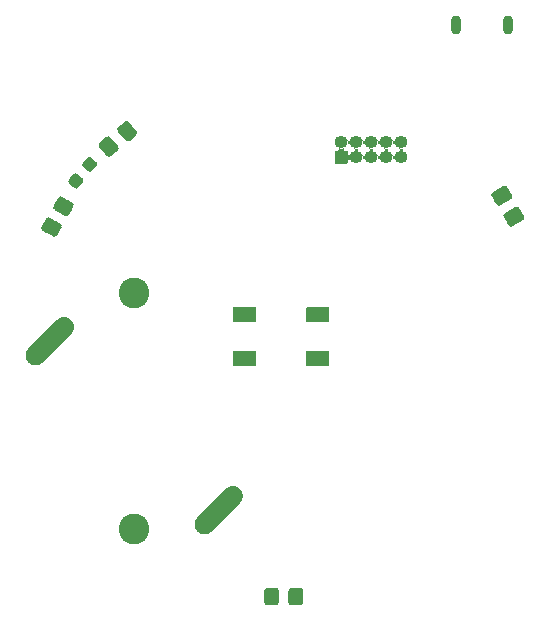
<source format=gbr>
G04 #@! TF.GenerationSoftware,KiCad,Pcbnew,(5.1.9-0-10_14)*
G04 #@! TF.CreationDate,2021-03-14T11:16:57+08:00*
G04 #@! TF.ProjectId,mops-out,6d6f7073-2d6f-4757-942e-6b696361645f,rev?*
G04 #@! TF.SameCoordinates,Original*
G04 #@! TF.FileFunction,Soldermask,Bot*
G04 #@! TF.FilePolarity,Negative*
%FSLAX46Y46*%
G04 Gerber Fmt 4.6, Leading zero omitted, Abs format (unit mm)*
G04 Created by KiCad (PCBNEW (5.1.9-0-10_14)) date 2021-03-14 11:16:57*
%MOMM*%
%LPD*%
G01*
G04 APERTURE LIST*
%ADD10C,2.601995*%
%ADD11O,1.102000X1.102000*%
%ADD12O,0.864000X1.626000*%
%ADD13C,0.100000*%
G04 APERTURE END LIST*
D10*
X115570000Y-91279980D03*
X115570000Y-71280020D03*
G36*
G01*
X124523925Y-89099767D02*
X122119767Y-91503925D01*
G75*
G02*
X120916275Y-91503925I-601746J601746D01*
G01*
X120916275Y-91503925D01*
G75*
G02*
X120916275Y-90300433I601746J601746D01*
G01*
X123320433Y-87896275D01*
G75*
G02*
X124523925Y-87896275I601746J-601746D01*
G01*
X124523925Y-87896275D01*
G75*
G02*
X124523925Y-89099767I-601746J-601746D01*
G01*
G37*
G36*
G01*
X110223725Y-74799567D02*
X107819567Y-77203725D01*
G75*
G02*
X106616075Y-77203725I-601746J601746D01*
G01*
X106616075Y-77203725D01*
G75*
G02*
X106616075Y-76000233I601746J601746D01*
G01*
X109020233Y-73596075D01*
G75*
G02*
X110223725Y-73596075I601746J-601746D01*
G01*
X110223725Y-73596075D01*
G75*
G02*
X110223725Y-74799567I-601746J-601746D01*
G01*
G37*
G36*
G01*
X110768127Y-61247448D02*
X111171067Y-61585554D01*
G75*
G02*
X111203484Y-61956077I-169053J-201470D01*
G01*
X110849308Y-62378167D01*
G75*
G02*
X110478785Y-62410584I-201470J169053D01*
G01*
X110075845Y-62072478D01*
G75*
G02*
X110043428Y-61701955I169053J201470D01*
G01*
X110397604Y-61279865D01*
G75*
G02*
X110768127Y-61247448I201470J-169053D01*
G01*
G37*
G36*
G01*
X111941215Y-59849416D02*
X112344155Y-60187522D01*
G75*
G02*
X112376572Y-60558045I-169053J-201470D01*
G01*
X112022396Y-60980135D01*
G75*
G02*
X111651873Y-61012552I-201470J169053D01*
G01*
X111248933Y-60674446D01*
G75*
G02*
X111216516Y-60303923I169053J201470D01*
G01*
X111570692Y-59881833D01*
G75*
G02*
X111941215Y-59849416I201470J-169053D01*
G01*
G37*
G36*
G01*
X113567706Y-58154864D02*
X114183276Y-58888471D01*
G75*
G02*
X114149729Y-59271916I-208496J-174949D01*
G01*
X113607633Y-59726789D01*
G75*
G02*
X113224188Y-59693242I-174949J208496D01*
G01*
X112608618Y-58959635D01*
G75*
G02*
X112642165Y-58576190I208496J174949D01*
G01*
X113184261Y-58121317D01*
G75*
G02*
X113567706Y-58154864I174949J-208496D01*
G01*
G37*
G36*
G01*
X115138098Y-56837150D02*
X115753668Y-57570757D01*
G75*
G02*
X115720121Y-57954202I-208496J-174949D01*
G01*
X115178025Y-58409075D01*
G75*
G02*
X114794580Y-58375528I-174949J208496D01*
G01*
X114179010Y-57641921D01*
G75*
G02*
X114212557Y-57258476I208496J174949D01*
G01*
X114754653Y-56803603D01*
G75*
G02*
X115138098Y-56837150I174949J-208496D01*
G01*
G37*
G36*
G01*
X130149072Y-73749939D02*
X130149072Y-72550043D01*
G75*
G02*
X130200072Y-72499043I51000J0D01*
G01*
X132000068Y-72499043D01*
G75*
G02*
X132051068Y-72550043I0J-51000D01*
G01*
X132051068Y-73749939D01*
G75*
G02*
X132000068Y-73800939I-51000J0D01*
G01*
X130200072Y-73800939D01*
G75*
G02*
X130149072Y-73749939I0J51000D01*
G01*
G37*
G36*
G01*
X130149072Y-77449957D02*
X130149072Y-76250061D01*
G75*
G02*
X130200072Y-76199061I51000J0D01*
G01*
X132000068Y-76199061D01*
G75*
G02*
X132051068Y-76250061I0J-51000D01*
G01*
X132051068Y-77449957D01*
G75*
G02*
X132000068Y-77500957I-51000J0D01*
G01*
X130200072Y-77500957D01*
G75*
G02*
X130149072Y-77449957I0J51000D01*
G01*
G37*
G36*
G01*
X123948932Y-73749939D02*
X123948932Y-72550043D01*
G75*
G02*
X123999932Y-72499043I51000J0D01*
G01*
X125799928Y-72499043D01*
G75*
G02*
X125850928Y-72550043I0J-51000D01*
G01*
X125850928Y-73749939D01*
G75*
G02*
X125799928Y-73800939I-51000J0D01*
G01*
X123999932Y-73800939D01*
G75*
G02*
X123948932Y-73749939I0J51000D01*
G01*
G37*
G36*
G01*
X123948932Y-77449957D02*
X123948932Y-76250061D01*
G75*
G02*
X123999932Y-76199061I51000J0D01*
G01*
X125799928Y-76199061D01*
G75*
G02*
X125850928Y-76250061I0J-51000D01*
G01*
X125850928Y-77449957D01*
G75*
G02*
X125799928Y-77500957I-51000J0D01*
G01*
X123999932Y-77500957D01*
G75*
G02*
X123948932Y-77449957I0J51000D01*
G01*
G37*
G36*
G01*
X146984823Y-64544958D02*
X147814177Y-64066130D01*
G75*
G02*
X148185971Y-64165752I136086J-235708D01*
G01*
X148539799Y-64778600D01*
G75*
G02*
X148440177Y-65150394I-235708J-136086D01*
G01*
X147610823Y-65629222D01*
G75*
G02*
X147239029Y-65529600I-136086J235708D01*
G01*
X146885201Y-64916752D01*
G75*
G02*
X146984823Y-64544958I235708J136086D01*
G01*
G37*
G36*
G01*
X145959823Y-62769606D02*
X146789177Y-62290778D01*
G75*
G02*
X147160971Y-62390400I136086J-235708D01*
G01*
X147514799Y-63003248D01*
G75*
G02*
X147415177Y-63375042I-235708J-136086D01*
G01*
X146585823Y-63853870D01*
G75*
G02*
X146214029Y-63754248I-136086J235708D01*
G01*
X145860201Y-63141400D01*
G75*
G02*
X145959823Y-62769606I235708J136086D01*
G01*
G37*
G36*
G01*
X127821000Y-96541172D02*
X127821000Y-97498828D01*
G75*
G02*
X127548828Y-97771000I-272172J0D01*
G01*
X126841172Y-97771000D01*
G75*
G02*
X126569000Y-97498828I0J272172D01*
G01*
X126569000Y-96541172D01*
G75*
G02*
X126841172Y-96269000I272172J0D01*
G01*
X127548828Y-96269000D01*
G75*
G02*
X127821000Y-96541172I0J-272172D01*
G01*
G37*
G36*
G01*
X129871000Y-96541172D02*
X129871000Y-97498828D01*
G75*
G02*
X129598828Y-97771000I-272172J0D01*
G01*
X128891172Y-97771000D01*
G75*
G02*
X128619000Y-97498828I0J272172D01*
G01*
X128619000Y-96541172D01*
G75*
G02*
X128891172Y-96269000I272172J0D01*
G01*
X129598828Y-96269000D01*
G75*
G02*
X129871000Y-96541172I0J-272172D01*
G01*
G37*
G36*
G01*
X109674177Y-64753870D02*
X108844823Y-64275042D01*
G75*
G02*
X108745201Y-63903248I136086J235708D01*
G01*
X109099029Y-63290400D01*
G75*
G02*
X109470823Y-63190778I235708J-136086D01*
G01*
X110300177Y-63669606D01*
G75*
G02*
X110399799Y-64041400I-136086J-235708D01*
G01*
X110045971Y-64654248D01*
G75*
G02*
X109674177Y-64753870I-235708J136086D01*
G01*
G37*
G36*
G01*
X108649177Y-66529222D02*
X107819823Y-66050394D01*
G75*
G02*
X107720201Y-65678600I136086J235708D01*
G01*
X108074029Y-65065752D01*
G75*
G02*
X108445823Y-64966130I235708J-136086D01*
G01*
X109275177Y-65444958D01*
G75*
G02*
X109374799Y-65816752I-136086J-235708D01*
G01*
X109020971Y-66429600D01*
G75*
G02*
X108649177Y-66529222I-235708J136086D01*
G01*
G37*
D11*
X138176000Y-59817000D03*
X138176000Y-58547000D03*
X136906000Y-59817000D03*
X136906000Y-58547000D03*
X135636000Y-59817000D03*
X135636000Y-58547000D03*
X134366000Y-59817000D03*
X134366000Y-58547000D03*
X133096000Y-58547000D03*
G36*
G01*
X133596000Y-60368000D02*
X132596000Y-60368000D01*
G75*
G02*
X132545000Y-60317000I0J51000D01*
G01*
X132545000Y-59317000D01*
G75*
G02*
X132596000Y-59266000I51000J0D01*
G01*
X133596000Y-59266000D01*
G75*
G02*
X133647000Y-59317000I0J-51000D01*
G01*
X133647000Y-60317000D01*
G75*
G02*
X133596000Y-60368000I-51000J0D01*
G01*
G37*
D12*
X142800106Y-48600000D03*
X147199894Y-48600000D03*
D13*
G36*
X109259581Y-66018316D02*
G01*
X109259581Y-66020316D01*
X108990451Y-66486464D01*
X108990345Y-66486629D01*
X108963803Y-66523667D01*
X108963544Y-66523962D01*
X108934801Y-66550883D01*
X108934490Y-66551121D01*
X108901046Y-66571918D01*
X108900694Y-66572092D01*
X108863825Y-66585968D01*
X108863447Y-66586069D01*
X108824591Y-66592484D01*
X108824200Y-66592510D01*
X108784836Y-66591222D01*
X108784447Y-66591171D01*
X108746087Y-66582226D01*
X108745716Y-66582100D01*
X108704217Y-66563297D01*
X108704042Y-66563207D01*
X108648182Y-66530956D01*
X108647182Y-66529224D01*
X108648182Y-66527492D01*
X108650007Y-66527402D01*
X108698421Y-66549339D01*
X108750000Y-66561365D01*
X108802934Y-66563098D01*
X108855185Y-66554471D01*
X108904755Y-66535815D01*
X108949726Y-66507850D01*
X108988381Y-66471645D01*
X109019290Y-66428512D01*
X109256117Y-66018316D01*
X109257849Y-66017316D01*
X109259581Y-66018316D01*
G37*
G36*
X107726771Y-65669220D02*
G01*
X107726771Y-65671220D01*
X107721983Y-65679514D01*
X107700084Y-65727844D01*
X107688058Y-65779423D01*
X107686325Y-65832357D01*
X107694952Y-65884608D01*
X107713608Y-65934178D01*
X107741573Y-65979149D01*
X107777777Y-66017804D01*
X107820911Y-66048713D01*
X108235500Y-66288076D01*
X108236500Y-66289808D01*
X108235500Y-66291540D01*
X108233500Y-66291540D01*
X107762958Y-66019873D01*
X107762793Y-66019767D01*
X107725757Y-65993227D01*
X107725462Y-65992968D01*
X107698539Y-65964223D01*
X107698301Y-65963912D01*
X107677504Y-65930468D01*
X107677330Y-65930116D01*
X107663454Y-65893247D01*
X107663353Y-65892869D01*
X107656938Y-65854013D01*
X107656912Y-65853622D01*
X107658200Y-65814258D01*
X107658251Y-65813869D01*
X107667196Y-65775508D01*
X107667322Y-65775137D01*
X107686123Y-65733643D01*
X107686213Y-65733468D01*
X107723307Y-65669220D01*
X107725039Y-65668220D01*
X107726771Y-65669220D01*
G37*
G36*
X109332042Y-65475479D02*
G01*
X109332207Y-65475585D01*
X109369243Y-65502125D01*
X109369538Y-65502384D01*
X109396461Y-65531129D01*
X109396699Y-65531440D01*
X109417496Y-65564884D01*
X109417670Y-65565236D01*
X109431546Y-65602105D01*
X109431647Y-65602483D01*
X109438062Y-65641339D01*
X109438088Y-65641730D01*
X109436800Y-65681094D01*
X109436749Y-65681483D01*
X109427804Y-65719844D01*
X109427678Y-65720215D01*
X109408877Y-65761709D01*
X109408787Y-65761884D01*
X109355207Y-65854687D01*
X109353475Y-65855687D01*
X109351743Y-65854687D01*
X109351743Y-65852687D01*
X109373017Y-65815838D01*
X109394916Y-65767508D01*
X109406942Y-65715929D01*
X109408675Y-65662995D01*
X109400048Y-65610744D01*
X109381392Y-65561174D01*
X109353427Y-65516203D01*
X109317223Y-65477548D01*
X109274089Y-65446639D01*
X108763977Y-65152126D01*
X108762977Y-65150394D01*
X108763977Y-65148662D01*
X108765977Y-65148662D01*
X109332042Y-65475479D01*
G37*
G36*
X147003883Y-65118316D02*
G01*
X147240710Y-65528512D01*
X147271619Y-65571646D01*
X147310274Y-65607850D01*
X147355245Y-65635815D01*
X147404815Y-65654471D01*
X147457066Y-65663098D01*
X147510000Y-65661365D01*
X147561579Y-65649339D01*
X147609993Y-65627402D01*
X147611983Y-65627598D01*
X147612808Y-65629420D01*
X147611818Y-65630956D01*
X147555958Y-65663207D01*
X147555783Y-65663297D01*
X147514284Y-65682100D01*
X147513913Y-65682226D01*
X147475553Y-65691171D01*
X147475164Y-65691222D01*
X147435800Y-65692510D01*
X147435409Y-65692484D01*
X147396553Y-65686069D01*
X147396175Y-65685968D01*
X147359306Y-65672092D01*
X147358954Y-65671918D01*
X147325510Y-65651121D01*
X147325199Y-65650883D01*
X147296456Y-65623962D01*
X147296197Y-65623667D01*
X147269655Y-65586629D01*
X147269549Y-65586464D01*
X147000419Y-65120316D01*
X147000419Y-65118316D01*
X147002151Y-65117316D01*
X147003883Y-65118316D01*
G37*
G36*
X108310164Y-64904130D02*
G01*
X108310553Y-64904181D01*
X108348913Y-64913126D01*
X108349284Y-64913252D01*
X108390783Y-64932055D01*
X108390958Y-64932145D01*
X108446818Y-64964396D01*
X108447818Y-64966128D01*
X108446818Y-64967860D01*
X108444993Y-64967950D01*
X108396579Y-64946013D01*
X108345000Y-64933987D01*
X108292066Y-64932254D01*
X108239815Y-64940881D01*
X108190245Y-64959537D01*
X108145274Y-64987502D01*
X108106619Y-65023707D01*
X108075710Y-65066840D01*
X107838883Y-65477036D01*
X107837151Y-65478036D01*
X107835419Y-65477036D01*
X107835419Y-65475036D01*
X108104549Y-65008888D01*
X108104655Y-65008723D01*
X108131197Y-64971685D01*
X108131456Y-64971390D01*
X108160199Y-64944469D01*
X108160510Y-64944231D01*
X108193954Y-64923434D01*
X108194306Y-64923260D01*
X108231175Y-64909384D01*
X108231553Y-64909283D01*
X108270409Y-64902868D01*
X108270800Y-64902842D01*
X108310164Y-64904130D01*
G37*
G36*
X148532101Y-64761266D02*
G01*
X148573787Y-64833468D01*
X148573877Y-64833643D01*
X148592678Y-64875137D01*
X148592804Y-64875508D01*
X148601749Y-64913869D01*
X148601800Y-64914258D01*
X148603088Y-64953622D01*
X148603062Y-64954013D01*
X148596647Y-64992869D01*
X148596546Y-64993247D01*
X148582670Y-65030116D01*
X148582496Y-65030468D01*
X148561699Y-65063912D01*
X148561461Y-65064223D01*
X148534538Y-65092968D01*
X148534243Y-65093227D01*
X148497207Y-65119767D01*
X148497042Y-65119873D01*
X148026500Y-65391540D01*
X148024500Y-65391540D01*
X148023500Y-65389808D01*
X148024500Y-65388076D01*
X148439089Y-65148713D01*
X148482222Y-65117804D01*
X148518427Y-65079149D01*
X148546392Y-65034178D01*
X148565048Y-64984608D01*
X148573675Y-64932357D01*
X148571942Y-64879423D01*
X148559916Y-64827844D01*
X148538017Y-64779514D01*
X148528637Y-64763266D01*
X148528637Y-64761266D01*
X148530369Y-64760266D01*
X148532101Y-64761266D01*
G37*
G36*
X147454331Y-64275042D02*
G01*
X147453331Y-64276774D01*
X146985911Y-64546639D01*
X146942778Y-64577548D01*
X146906573Y-64616203D01*
X146878608Y-64661174D01*
X146859952Y-64710744D01*
X146851325Y-64762995D01*
X146853058Y-64815929D01*
X146865084Y-64867508D01*
X146886983Y-64915838D01*
X146891771Y-64924132D01*
X146891771Y-64926132D01*
X146890039Y-64927132D01*
X146888307Y-64926132D01*
X146851213Y-64861884D01*
X146851123Y-64861709D01*
X146832322Y-64820215D01*
X146832196Y-64819844D01*
X146823251Y-64781483D01*
X146823200Y-64781094D01*
X146821912Y-64741730D01*
X146821938Y-64741339D01*
X146828353Y-64702483D01*
X146828454Y-64702105D01*
X146842330Y-64665236D01*
X146842504Y-64664884D01*
X146863301Y-64631440D01*
X146863539Y-64631129D01*
X146890462Y-64602384D01*
X146890757Y-64602125D01*
X146927793Y-64575585D01*
X146927958Y-64575479D01*
X147451331Y-64273310D01*
X147453331Y-64273310D01*
X147454331Y-64275042D01*
G37*
G36*
X110284581Y-64242964D02*
G01*
X110284581Y-64244964D01*
X110015451Y-64711112D01*
X110015345Y-64711277D01*
X109988803Y-64748315D01*
X109988544Y-64748610D01*
X109959801Y-64775531D01*
X109959490Y-64775769D01*
X109926046Y-64796566D01*
X109925694Y-64796740D01*
X109888825Y-64810616D01*
X109888447Y-64810717D01*
X109849591Y-64817132D01*
X109849200Y-64817158D01*
X109809836Y-64815870D01*
X109809447Y-64815819D01*
X109771087Y-64806874D01*
X109770716Y-64806748D01*
X109729217Y-64787945D01*
X109729042Y-64787855D01*
X109673182Y-64755604D01*
X109672182Y-64753872D01*
X109673182Y-64752140D01*
X109675007Y-64752050D01*
X109723421Y-64773987D01*
X109775000Y-64786013D01*
X109827934Y-64787746D01*
X109880185Y-64779119D01*
X109929755Y-64760463D01*
X109974726Y-64732498D01*
X110013381Y-64696293D01*
X110044290Y-64653160D01*
X110281117Y-64242964D01*
X110282849Y-64241964D01*
X110284581Y-64242964D01*
G37*
G36*
X147989591Y-64002868D02*
G01*
X148028447Y-64009283D01*
X148028825Y-64009384D01*
X148065694Y-64023260D01*
X148066046Y-64023434D01*
X148099490Y-64044231D01*
X148099801Y-64044469D01*
X148128544Y-64071390D01*
X148128803Y-64071685D01*
X148155345Y-64108723D01*
X148155451Y-64108888D01*
X148424581Y-64575036D01*
X148424581Y-64577036D01*
X148422849Y-64578036D01*
X148421117Y-64577036D01*
X148184290Y-64166840D01*
X148153381Y-64123706D01*
X148114726Y-64087502D01*
X148069755Y-64059537D01*
X148020185Y-64040881D01*
X147967934Y-64032254D01*
X147915000Y-64033987D01*
X147863421Y-64046013D01*
X147815007Y-64067950D01*
X147813017Y-64067754D01*
X147812192Y-64065932D01*
X147813182Y-64064396D01*
X147869042Y-64032145D01*
X147869217Y-64032055D01*
X147910716Y-64013252D01*
X147911087Y-64013126D01*
X147949447Y-64004181D01*
X147949836Y-64004130D01*
X147989200Y-64002842D01*
X147989591Y-64002868D01*
G37*
G36*
X108751771Y-63893868D02*
G01*
X108751771Y-63895868D01*
X108746983Y-63904162D01*
X108725084Y-63952492D01*
X108713058Y-64004071D01*
X108711325Y-64057005D01*
X108719952Y-64109256D01*
X108738608Y-64158826D01*
X108766573Y-64203797D01*
X108802777Y-64242452D01*
X108845911Y-64273361D01*
X109260500Y-64512724D01*
X109261500Y-64514456D01*
X109260500Y-64516188D01*
X109258500Y-64516188D01*
X108787958Y-64244521D01*
X108787793Y-64244415D01*
X108750757Y-64217875D01*
X108750462Y-64217616D01*
X108723539Y-64188871D01*
X108723301Y-64188560D01*
X108702504Y-64155116D01*
X108702330Y-64154764D01*
X108688454Y-64117895D01*
X108688353Y-64117517D01*
X108681938Y-64078661D01*
X108681912Y-64078270D01*
X108683200Y-64038906D01*
X108683251Y-64038517D01*
X108692196Y-64000156D01*
X108692322Y-63999785D01*
X108711123Y-63958291D01*
X108711213Y-63958116D01*
X108748307Y-63893868D01*
X108750039Y-63892868D01*
X108751771Y-63893868D01*
G37*
G36*
X110357042Y-63700127D02*
G01*
X110357207Y-63700233D01*
X110394243Y-63726773D01*
X110394538Y-63727032D01*
X110421461Y-63755777D01*
X110421699Y-63756088D01*
X110442496Y-63789532D01*
X110442670Y-63789884D01*
X110456546Y-63826753D01*
X110456647Y-63827131D01*
X110463062Y-63865987D01*
X110463088Y-63866378D01*
X110461800Y-63905742D01*
X110461749Y-63906131D01*
X110452804Y-63944492D01*
X110452678Y-63944863D01*
X110433877Y-63986357D01*
X110433787Y-63986532D01*
X110392101Y-64058734D01*
X110390369Y-64059734D01*
X110388637Y-64058734D01*
X110388637Y-64056734D01*
X110398017Y-64040486D01*
X110419916Y-63992156D01*
X110431942Y-63940577D01*
X110433675Y-63887643D01*
X110425048Y-63835392D01*
X110406392Y-63785822D01*
X110378427Y-63740851D01*
X110342223Y-63702196D01*
X110299089Y-63671287D01*
X109788977Y-63376774D01*
X109787977Y-63375042D01*
X109788977Y-63373310D01*
X109790977Y-63373310D01*
X110357042Y-63700127D01*
G37*
G36*
X145978883Y-63342964D02*
G01*
X146215710Y-63753160D01*
X146246619Y-63796294D01*
X146285274Y-63832498D01*
X146330245Y-63860463D01*
X146379815Y-63879119D01*
X146432066Y-63887746D01*
X146485000Y-63886013D01*
X146536579Y-63873987D01*
X146584993Y-63852050D01*
X146586983Y-63852246D01*
X146587808Y-63854068D01*
X146586818Y-63855604D01*
X146530958Y-63887855D01*
X146530783Y-63887945D01*
X146489284Y-63906748D01*
X146488913Y-63906874D01*
X146450553Y-63915819D01*
X146450164Y-63915870D01*
X146410800Y-63917158D01*
X146410409Y-63917132D01*
X146371553Y-63910717D01*
X146371175Y-63910616D01*
X146334306Y-63896740D01*
X146333954Y-63896566D01*
X146300510Y-63875769D01*
X146300199Y-63875531D01*
X146271456Y-63848610D01*
X146271197Y-63848315D01*
X146244655Y-63811277D01*
X146244549Y-63811112D01*
X145975419Y-63344964D01*
X145975419Y-63342964D01*
X145977151Y-63341964D01*
X145978883Y-63342964D01*
G37*
G36*
X109335164Y-63128778D02*
G01*
X109335553Y-63128829D01*
X109373913Y-63137774D01*
X109374284Y-63137900D01*
X109415783Y-63156703D01*
X109415958Y-63156793D01*
X109471818Y-63189044D01*
X109472818Y-63190776D01*
X109471818Y-63192508D01*
X109469993Y-63192598D01*
X109421579Y-63170661D01*
X109370000Y-63158635D01*
X109317066Y-63156902D01*
X109264815Y-63165529D01*
X109215245Y-63184185D01*
X109170274Y-63212150D01*
X109131619Y-63248355D01*
X109100710Y-63291488D01*
X108863883Y-63701684D01*
X108862151Y-63702684D01*
X108860419Y-63701684D01*
X108860419Y-63699684D01*
X109129549Y-63233536D01*
X109129655Y-63233371D01*
X109156197Y-63196333D01*
X109156456Y-63196038D01*
X109185199Y-63169117D01*
X109185510Y-63168879D01*
X109218954Y-63148082D01*
X109219306Y-63147908D01*
X109256175Y-63134032D01*
X109256553Y-63133931D01*
X109295409Y-63127516D01*
X109295800Y-63127490D01*
X109335164Y-63128778D01*
G37*
G36*
X147495207Y-62965313D02*
G01*
X147548787Y-63058116D01*
X147548877Y-63058291D01*
X147567678Y-63099785D01*
X147567804Y-63100156D01*
X147576749Y-63138517D01*
X147576800Y-63138906D01*
X147578088Y-63178270D01*
X147578062Y-63178661D01*
X147571647Y-63217517D01*
X147571546Y-63217895D01*
X147557670Y-63254764D01*
X147557496Y-63255116D01*
X147536699Y-63288560D01*
X147536461Y-63288871D01*
X147509538Y-63317616D01*
X147509243Y-63317875D01*
X147472207Y-63344415D01*
X147472042Y-63344521D01*
X147001500Y-63616188D01*
X146999500Y-63616188D01*
X146998500Y-63614456D01*
X146999500Y-63612724D01*
X147414089Y-63373361D01*
X147457222Y-63342452D01*
X147493427Y-63303797D01*
X147521392Y-63258826D01*
X147540048Y-63209256D01*
X147548675Y-63157005D01*
X147546942Y-63104071D01*
X147534916Y-63052492D01*
X147513017Y-63004162D01*
X147491743Y-62967313D01*
X147491743Y-62965313D01*
X147493475Y-62964313D01*
X147495207Y-62965313D01*
G37*
G36*
X146435203Y-62496300D02*
G01*
X146434203Y-62498032D01*
X145960911Y-62771287D01*
X145917778Y-62802196D01*
X145881573Y-62840851D01*
X145853608Y-62885822D01*
X145834952Y-62935392D01*
X145826325Y-62987643D01*
X145828058Y-63040577D01*
X145840084Y-63092156D01*
X145861983Y-63140486D01*
X145866771Y-63148780D01*
X145866771Y-63150780D01*
X145865039Y-63151780D01*
X145863307Y-63150780D01*
X145826213Y-63086532D01*
X145826123Y-63086357D01*
X145807322Y-63044863D01*
X145807196Y-63044492D01*
X145798251Y-63006131D01*
X145798200Y-63005742D01*
X145796912Y-62966378D01*
X145796938Y-62965987D01*
X145803353Y-62927131D01*
X145803454Y-62926753D01*
X145817330Y-62889884D01*
X145817504Y-62889532D01*
X145838301Y-62856088D01*
X145838539Y-62855777D01*
X145865462Y-62827032D01*
X145865757Y-62826773D01*
X145902793Y-62800233D01*
X145902958Y-62800127D01*
X146432203Y-62494568D01*
X146434203Y-62494568D01*
X146435203Y-62496300D01*
G37*
G36*
X146964591Y-62227516D02*
G01*
X147003447Y-62233931D01*
X147003825Y-62234032D01*
X147040694Y-62247908D01*
X147041046Y-62248082D01*
X147074490Y-62268879D01*
X147074801Y-62269117D01*
X147103544Y-62296038D01*
X147103803Y-62296333D01*
X147130345Y-62333371D01*
X147130451Y-62333536D01*
X147399581Y-62799684D01*
X147399581Y-62801684D01*
X147397849Y-62802684D01*
X147396117Y-62801684D01*
X147159290Y-62391488D01*
X147128381Y-62348354D01*
X147089726Y-62312150D01*
X147044755Y-62284185D01*
X146995185Y-62265529D01*
X146942934Y-62256902D01*
X146890000Y-62258635D01*
X146838421Y-62270661D01*
X146790007Y-62292598D01*
X146788017Y-62292402D01*
X146787192Y-62290580D01*
X146788182Y-62289044D01*
X146844042Y-62256793D01*
X146844217Y-62256703D01*
X146885716Y-62237900D01*
X146886087Y-62237774D01*
X146924447Y-62228829D01*
X146924836Y-62228778D01*
X146964200Y-62227490D01*
X146964591Y-62227516D01*
G37*
G36*
X133648990Y-59494882D02*
G01*
X133651372Y-59519069D01*
X133658372Y-59542144D01*
X133669737Y-59563408D01*
X133685032Y-59582045D01*
X133703669Y-59597340D01*
X133724933Y-59608705D01*
X133748008Y-59615705D01*
X133771999Y-59618068D01*
X133795990Y-59615705D01*
X133819065Y-59608705D01*
X133840329Y-59597340D01*
X133858966Y-59582045D01*
X133874324Y-59563330D01*
X133877216Y-59559002D01*
X133879010Y-59558117D01*
X133880673Y-59559228D01*
X133880727Y-59560878D01*
X133840650Y-59657635D01*
X133819653Y-59763192D01*
X133819653Y-59870808D01*
X133840650Y-59976365D01*
X133880727Y-60073122D01*
X133880466Y-60075105D01*
X133878618Y-60075870D01*
X133877216Y-60074998D01*
X133874324Y-60070670D01*
X133858965Y-60051955D01*
X133840328Y-60036660D01*
X133819065Y-60025295D01*
X133795990Y-60018295D01*
X133771998Y-60015932D01*
X133748007Y-60018295D01*
X133724932Y-60025295D01*
X133703669Y-60036660D01*
X133685032Y-60051956D01*
X133669737Y-60070593D01*
X133658372Y-60091856D01*
X133651372Y-60114931D01*
X133648990Y-60139118D01*
X133647825Y-60140744D01*
X133645835Y-60140548D01*
X133645000Y-60138922D01*
X133645000Y-59495078D01*
X133646000Y-59493346D01*
X133648000Y-59493346D01*
X133648990Y-59494882D01*
G37*
G36*
X135115287Y-59644256D02*
G01*
X135115437Y-59646077D01*
X135110650Y-59657635D01*
X135089653Y-59763192D01*
X135089653Y-59870808D01*
X135110650Y-59976365D01*
X135115437Y-59987923D01*
X135115176Y-59989906D01*
X135113328Y-59990671D01*
X135111825Y-59989631D01*
X135103262Y-59973609D01*
X135087967Y-59954972D01*
X135069330Y-59939677D01*
X135048066Y-59928312D01*
X135024991Y-59921312D01*
X135001000Y-59918949D01*
X134977009Y-59921312D01*
X134953934Y-59928312D01*
X134932670Y-59939677D01*
X134914033Y-59954972D01*
X134898738Y-59973609D01*
X134890175Y-59989631D01*
X134888476Y-59990687D01*
X134886713Y-59989744D01*
X134886563Y-59987923D01*
X134891350Y-59976365D01*
X134912347Y-59870808D01*
X134912347Y-59763192D01*
X134891350Y-59657635D01*
X134886563Y-59646077D01*
X134886824Y-59644094D01*
X134888672Y-59643329D01*
X134890175Y-59644369D01*
X134898738Y-59660391D01*
X134914033Y-59679028D01*
X134932670Y-59694323D01*
X134953934Y-59705688D01*
X134977009Y-59712688D01*
X135001000Y-59715051D01*
X135024991Y-59712688D01*
X135048066Y-59705688D01*
X135069330Y-59694323D01*
X135087967Y-59679028D01*
X135103262Y-59660391D01*
X135111825Y-59644369D01*
X135113524Y-59643313D01*
X135115287Y-59644256D01*
G37*
G36*
X136385287Y-59644256D02*
G01*
X136385437Y-59646077D01*
X136380650Y-59657635D01*
X136359653Y-59763192D01*
X136359653Y-59870808D01*
X136380650Y-59976365D01*
X136385437Y-59987923D01*
X136385176Y-59989906D01*
X136383328Y-59990671D01*
X136381825Y-59989631D01*
X136373262Y-59973609D01*
X136357967Y-59954972D01*
X136339330Y-59939677D01*
X136318066Y-59928312D01*
X136294991Y-59921312D01*
X136271000Y-59918949D01*
X136247009Y-59921312D01*
X136223934Y-59928312D01*
X136202670Y-59939677D01*
X136184033Y-59954972D01*
X136168738Y-59973609D01*
X136160175Y-59989631D01*
X136158476Y-59990687D01*
X136156713Y-59989744D01*
X136156563Y-59987923D01*
X136161350Y-59976365D01*
X136182347Y-59870808D01*
X136182347Y-59763192D01*
X136161350Y-59657635D01*
X136156563Y-59646077D01*
X136156824Y-59644094D01*
X136158672Y-59643329D01*
X136160175Y-59644369D01*
X136168738Y-59660391D01*
X136184033Y-59679028D01*
X136202670Y-59694323D01*
X136223934Y-59705688D01*
X136247009Y-59712688D01*
X136271000Y-59715051D01*
X136294991Y-59712688D01*
X136318066Y-59705688D01*
X136339330Y-59694323D01*
X136357967Y-59679028D01*
X136373262Y-59660391D01*
X136381825Y-59644369D01*
X136383524Y-59643313D01*
X136385287Y-59644256D01*
G37*
G36*
X137655287Y-59644256D02*
G01*
X137655437Y-59646077D01*
X137650650Y-59657635D01*
X137629653Y-59763192D01*
X137629653Y-59870808D01*
X137650650Y-59976365D01*
X137655437Y-59987923D01*
X137655176Y-59989906D01*
X137653328Y-59990671D01*
X137651825Y-59989631D01*
X137643262Y-59973609D01*
X137627967Y-59954972D01*
X137609330Y-59939677D01*
X137588066Y-59928312D01*
X137564991Y-59921312D01*
X137541000Y-59918949D01*
X137517009Y-59921312D01*
X137493934Y-59928312D01*
X137472670Y-59939677D01*
X137454033Y-59954972D01*
X137438738Y-59973609D01*
X137430175Y-59989631D01*
X137428476Y-59990687D01*
X137426713Y-59989744D01*
X137426563Y-59987923D01*
X137431350Y-59976365D01*
X137452347Y-59870808D01*
X137452347Y-59763192D01*
X137431350Y-59657635D01*
X137426563Y-59646077D01*
X137426824Y-59644094D01*
X137428672Y-59643329D01*
X137430175Y-59644369D01*
X137438738Y-59660391D01*
X137454033Y-59679028D01*
X137472670Y-59694323D01*
X137493934Y-59705688D01*
X137517009Y-59712688D01*
X137541000Y-59715051D01*
X137564991Y-59712688D01*
X137588066Y-59705688D01*
X137609330Y-59694323D01*
X137627967Y-59679028D01*
X137643262Y-59660391D01*
X137651825Y-59644369D01*
X137653524Y-59643313D01*
X137655287Y-59644256D01*
G37*
G36*
X134538906Y-59067824D02*
G01*
X134539671Y-59069672D01*
X134538631Y-59071175D01*
X134522609Y-59079738D01*
X134503972Y-59095033D01*
X134488677Y-59113670D01*
X134477312Y-59134934D01*
X134470312Y-59158009D01*
X134467949Y-59182000D01*
X134470312Y-59205991D01*
X134477312Y-59229066D01*
X134488677Y-59250330D01*
X134503972Y-59268967D01*
X134522609Y-59284262D01*
X134538631Y-59292825D01*
X134539687Y-59294524D01*
X134538744Y-59296287D01*
X134536923Y-59296437D01*
X134525365Y-59291650D01*
X134419808Y-59270653D01*
X134312192Y-59270653D01*
X134206635Y-59291650D01*
X134195077Y-59296437D01*
X134193094Y-59296176D01*
X134192329Y-59294328D01*
X134193369Y-59292825D01*
X134209391Y-59284262D01*
X134228028Y-59268967D01*
X134243323Y-59250330D01*
X134254688Y-59229066D01*
X134261688Y-59205991D01*
X134264051Y-59182000D01*
X134261688Y-59158009D01*
X134254688Y-59134934D01*
X134243323Y-59113670D01*
X134228028Y-59095033D01*
X134209391Y-59079738D01*
X134193369Y-59071175D01*
X134192313Y-59069476D01*
X134193256Y-59067713D01*
X134195077Y-59067563D01*
X134206635Y-59072350D01*
X134312192Y-59093347D01*
X134419808Y-59093347D01*
X134525365Y-59072350D01*
X134536923Y-59067563D01*
X134538906Y-59067824D01*
G37*
G36*
X135808906Y-59067824D02*
G01*
X135809671Y-59069672D01*
X135808631Y-59071175D01*
X135792609Y-59079738D01*
X135773972Y-59095033D01*
X135758677Y-59113670D01*
X135747312Y-59134934D01*
X135740312Y-59158009D01*
X135737949Y-59182000D01*
X135740312Y-59205991D01*
X135747312Y-59229066D01*
X135758677Y-59250330D01*
X135773972Y-59268967D01*
X135792609Y-59284262D01*
X135808631Y-59292825D01*
X135809687Y-59294524D01*
X135808744Y-59296287D01*
X135806923Y-59296437D01*
X135795365Y-59291650D01*
X135689808Y-59270653D01*
X135582192Y-59270653D01*
X135476635Y-59291650D01*
X135465077Y-59296437D01*
X135463094Y-59296176D01*
X135462329Y-59294328D01*
X135463369Y-59292825D01*
X135479391Y-59284262D01*
X135498028Y-59268967D01*
X135513323Y-59250330D01*
X135524688Y-59229066D01*
X135531688Y-59205991D01*
X135534051Y-59182000D01*
X135531688Y-59158009D01*
X135524688Y-59134934D01*
X135513323Y-59113670D01*
X135498028Y-59095033D01*
X135479391Y-59079738D01*
X135463369Y-59071175D01*
X135462313Y-59069476D01*
X135463256Y-59067713D01*
X135465077Y-59067563D01*
X135476635Y-59072350D01*
X135582192Y-59093347D01*
X135689808Y-59093347D01*
X135795365Y-59072350D01*
X135806923Y-59067563D01*
X135808906Y-59067824D01*
G37*
G36*
X138348906Y-59067824D02*
G01*
X138349671Y-59069672D01*
X138348631Y-59071175D01*
X138332609Y-59079738D01*
X138313972Y-59095033D01*
X138298677Y-59113670D01*
X138287312Y-59134934D01*
X138280312Y-59158009D01*
X138277949Y-59182000D01*
X138280312Y-59205991D01*
X138287312Y-59229066D01*
X138298677Y-59250330D01*
X138313972Y-59268967D01*
X138332609Y-59284262D01*
X138348631Y-59292825D01*
X138349687Y-59294524D01*
X138348744Y-59296287D01*
X138346923Y-59296437D01*
X138335365Y-59291650D01*
X138229808Y-59270653D01*
X138122192Y-59270653D01*
X138016635Y-59291650D01*
X138005077Y-59296437D01*
X138003094Y-59296176D01*
X138002329Y-59294328D01*
X138003369Y-59292825D01*
X138019391Y-59284262D01*
X138038028Y-59268967D01*
X138053323Y-59250330D01*
X138064688Y-59229066D01*
X138071688Y-59205991D01*
X138074051Y-59182000D01*
X138071688Y-59158009D01*
X138064688Y-59134934D01*
X138053323Y-59113670D01*
X138038028Y-59095033D01*
X138019391Y-59079738D01*
X138003369Y-59071175D01*
X138002313Y-59069476D01*
X138003256Y-59067713D01*
X138005077Y-59067563D01*
X138016635Y-59072350D01*
X138122192Y-59093347D01*
X138229808Y-59093347D01*
X138335365Y-59072350D01*
X138346923Y-59067563D01*
X138348906Y-59067824D01*
G37*
G36*
X137078906Y-59067824D02*
G01*
X137079671Y-59069672D01*
X137078631Y-59071175D01*
X137062609Y-59079738D01*
X137043972Y-59095033D01*
X137028677Y-59113670D01*
X137017312Y-59134934D01*
X137010312Y-59158009D01*
X137007949Y-59182000D01*
X137010312Y-59205991D01*
X137017312Y-59229066D01*
X137028677Y-59250330D01*
X137043972Y-59268967D01*
X137062609Y-59284262D01*
X137078631Y-59292825D01*
X137079687Y-59294524D01*
X137078744Y-59296287D01*
X137076923Y-59296437D01*
X137065365Y-59291650D01*
X136959808Y-59270653D01*
X136852192Y-59270653D01*
X136746635Y-59291650D01*
X136735077Y-59296437D01*
X136733094Y-59296176D01*
X136732329Y-59294328D01*
X136733369Y-59292825D01*
X136749391Y-59284262D01*
X136768028Y-59268967D01*
X136783323Y-59250330D01*
X136794688Y-59229066D01*
X136801688Y-59205991D01*
X136804051Y-59182000D01*
X136801688Y-59158009D01*
X136794688Y-59134934D01*
X136783323Y-59113670D01*
X136768028Y-59095033D01*
X136749391Y-59079738D01*
X136733369Y-59071175D01*
X136732313Y-59069476D01*
X136733256Y-59067713D01*
X136735077Y-59067563D01*
X136746635Y-59072350D01*
X136852192Y-59093347D01*
X136959808Y-59093347D01*
X137065365Y-59072350D01*
X137076923Y-59067563D01*
X137078906Y-59067824D01*
G37*
G36*
X133354105Y-59032534D02*
G01*
X133354870Y-59034382D01*
X133353998Y-59035784D01*
X133349670Y-59038676D01*
X133330955Y-59054035D01*
X133315660Y-59072672D01*
X133304295Y-59093935D01*
X133297295Y-59117010D01*
X133294932Y-59141001D01*
X133297295Y-59164993D01*
X133304295Y-59188068D01*
X133315660Y-59209331D01*
X133330956Y-59227968D01*
X133349593Y-59243263D01*
X133370856Y-59254628D01*
X133393931Y-59261628D01*
X133418118Y-59264010D01*
X133419744Y-59265175D01*
X133419548Y-59267165D01*
X133417922Y-59268000D01*
X132774078Y-59268000D01*
X132772346Y-59267000D01*
X132772346Y-59265000D01*
X132773882Y-59264010D01*
X132798069Y-59261628D01*
X132821144Y-59254628D01*
X132842408Y-59243263D01*
X132861045Y-59227968D01*
X132876340Y-59209331D01*
X132887705Y-59188067D01*
X132894705Y-59164992D01*
X132897068Y-59141001D01*
X132894705Y-59117010D01*
X132887705Y-59093935D01*
X132876340Y-59072671D01*
X132861045Y-59054034D01*
X132842330Y-59038676D01*
X132838002Y-59035784D01*
X132837117Y-59033990D01*
X132838228Y-59032327D01*
X132839878Y-59032273D01*
X132936635Y-59072350D01*
X133042192Y-59093347D01*
X133149808Y-59093347D01*
X133255365Y-59072350D01*
X133352122Y-59032273D01*
X133354105Y-59032534D01*
G37*
G36*
X135115287Y-58374256D02*
G01*
X135115437Y-58376077D01*
X135110650Y-58387635D01*
X135089653Y-58493192D01*
X135089653Y-58600808D01*
X135110650Y-58706365D01*
X135115437Y-58717923D01*
X135115176Y-58719906D01*
X135113328Y-58720671D01*
X135111825Y-58719631D01*
X135103262Y-58703609D01*
X135087967Y-58684972D01*
X135069330Y-58669677D01*
X135048066Y-58658312D01*
X135024991Y-58651312D01*
X135001000Y-58648949D01*
X134977009Y-58651312D01*
X134953934Y-58658312D01*
X134932670Y-58669677D01*
X134914033Y-58684972D01*
X134898738Y-58703609D01*
X134890175Y-58719631D01*
X134888476Y-58720687D01*
X134886713Y-58719744D01*
X134886563Y-58717923D01*
X134891350Y-58706365D01*
X134912347Y-58600808D01*
X134912347Y-58493192D01*
X134891350Y-58387635D01*
X134886563Y-58376077D01*
X134886824Y-58374094D01*
X134888672Y-58373329D01*
X134890175Y-58374369D01*
X134898738Y-58390391D01*
X134914033Y-58409028D01*
X134932670Y-58424323D01*
X134953934Y-58435688D01*
X134977009Y-58442688D01*
X135001000Y-58445051D01*
X135024991Y-58442688D01*
X135048066Y-58435688D01*
X135069330Y-58424323D01*
X135087967Y-58409028D01*
X135103262Y-58390391D01*
X135111825Y-58374369D01*
X135113524Y-58373313D01*
X135115287Y-58374256D01*
G37*
G36*
X137655287Y-58374256D02*
G01*
X137655437Y-58376077D01*
X137650650Y-58387635D01*
X137629653Y-58493192D01*
X137629653Y-58600808D01*
X137650650Y-58706365D01*
X137655437Y-58717923D01*
X137655176Y-58719906D01*
X137653328Y-58720671D01*
X137651825Y-58719631D01*
X137643262Y-58703609D01*
X137627967Y-58684972D01*
X137609330Y-58669677D01*
X137588066Y-58658312D01*
X137564991Y-58651312D01*
X137541000Y-58648949D01*
X137517009Y-58651312D01*
X137493934Y-58658312D01*
X137472670Y-58669677D01*
X137454033Y-58684972D01*
X137438738Y-58703609D01*
X137430175Y-58719631D01*
X137428476Y-58720687D01*
X137426713Y-58719744D01*
X137426563Y-58717923D01*
X137431350Y-58706365D01*
X137452347Y-58600808D01*
X137452347Y-58493192D01*
X137431350Y-58387635D01*
X137426563Y-58376077D01*
X137426824Y-58374094D01*
X137428672Y-58373329D01*
X137430175Y-58374369D01*
X137438738Y-58390391D01*
X137454033Y-58409028D01*
X137472670Y-58424323D01*
X137493934Y-58435688D01*
X137517009Y-58442688D01*
X137541000Y-58445051D01*
X137564991Y-58442688D01*
X137588066Y-58435688D01*
X137609330Y-58424323D01*
X137627967Y-58409028D01*
X137643262Y-58390391D01*
X137651825Y-58374369D01*
X137653524Y-58373313D01*
X137655287Y-58374256D01*
G37*
G36*
X133845287Y-58374256D02*
G01*
X133845437Y-58376077D01*
X133840650Y-58387635D01*
X133819653Y-58493192D01*
X133819653Y-58600808D01*
X133840650Y-58706365D01*
X133845437Y-58717923D01*
X133845176Y-58719906D01*
X133843328Y-58720671D01*
X133841825Y-58719631D01*
X133833262Y-58703609D01*
X133817967Y-58684972D01*
X133799330Y-58669677D01*
X133778066Y-58658312D01*
X133754991Y-58651312D01*
X133731000Y-58648949D01*
X133707009Y-58651312D01*
X133683934Y-58658312D01*
X133662670Y-58669677D01*
X133644033Y-58684972D01*
X133628738Y-58703609D01*
X133620175Y-58719631D01*
X133618476Y-58720687D01*
X133616713Y-58719744D01*
X133616563Y-58717923D01*
X133621350Y-58706365D01*
X133642347Y-58600808D01*
X133642347Y-58493192D01*
X133621350Y-58387635D01*
X133616563Y-58376077D01*
X133616824Y-58374094D01*
X133618672Y-58373329D01*
X133620175Y-58374369D01*
X133628738Y-58390391D01*
X133644033Y-58409028D01*
X133662670Y-58424323D01*
X133683934Y-58435688D01*
X133707009Y-58442688D01*
X133731000Y-58445051D01*
X133754991Y-58442688D01*
X133778066Y-58435688D01*
X133799330Y-58424323D01*
X133817967Y-58409028D01*
X133833262Y-58390391D01*
X133841825Y-58374369D01*
X133843524Y-58373313D01*
X133845287Y-58374256D01*
G37*
G36*
X136385287Y-58374256D02*
G01*
X136385437Y-58376077D01*
X136380650Y-58387635D01*
X136359653Y-58493192D01*
X136359653Y-58600808D01*
X136380650Y-58706365D01*
X136385437Y-58717923D01*
X136385176Y-58719906D01*
X136383328Y-58720671D01*
X136381825Y-58719631D01*
X136373262Y-58703609D01*
X136357967Y-58684972D01*
X136339330Y-58669677D01*
X136318066Y-58658312D01*
X136294991Y-58651312D01*
X136271000Y-58648949D01*
X136247009Y-58651312D01*
X136223934Y-58658312D01*
X136202670Y-58669677D01*
X136184033Y-58684972D01*
X136168738Y-58703609D01*
X136160175Y-58719631D01*
X136158476Y-58720687D01*
X136156713Y-58719744D01*
X136156563Y-58717923D01*
X136161350Y-58706365D01*
X136182347Y-58600808D01*
X136182347Y-58493192D01*
X136161350Y-58387635D01*
X136156563Y-58376077D01*
X136156824Y-58374094D01*
X136158672Y-58373329D01*
X136160175Y-58374369D01*
X136168738Y-58390391D01*
X136184033Y-58409028D01*
X136202670Y-58424323D01*
X136223934Y-58435688D01*
X136247009Y-58442688D01*
X136271000Y-58445051D01*
X136294991Y-58442688D01*
X136318066Y-58435688D01*
X136339330Y-58424323D01*
X136357967Y-58409028D01*
X136373262Y-58390391D01*
X136381825Y-58374369D01*
X136383524Y-58373313D01*
X136385287Y-58374256D01*
G37*
M02*

</source>
